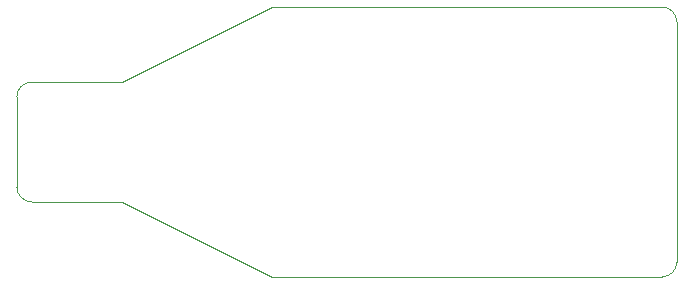
<source format=gbr>
%TF.GenerationSoftware,KiCad,Pcbnew,(5.1.7)-1*%
%TF.CreationDate,2020-12-05T19:57:29+01:00*%
%TF.ProjectId,WiFi-RC-Switch-Programmer,57694669-2d52-4432-9d53-77697463682d,rev?*%
%TF.SameCoordinates,Original*%
%TF.FileFunction,Profile,NP*%
%FSLAX46Y46*%
G04 Gerber Fmt 4.6, Leading zero omitted, Abs format (unit mm)*
G04 Created by KiCad (PCBNEW (5.1.7)-1) date 2020-12-05 19:57:29*
%MOMM*%
%LPD*%
G01*
G04 APERTURE LIST*
%TA.AperFunction,Profile*%
%ADD10C,0.050000*%
%TD*%
G04 APERTURE END LIST*
D10*
X165100000Y-111760000D02*
G75*
G02*
X163830000Y-113030000I-1270000J0D01*
G01*
X163830000Y-90170000D02*
G75*
G02*
X165100000Y-91440000I0J-1270000D01*
G01*
X109220000Y-97790000D02*
G75*
G02*
X110490000Y-96520000I1270000J0D01*
G01*
X110490000Y-106680000D02*
G75*
G02*
X109220000Y-105410000I0J1270000D01*
G01*
X130810000Y-90170000D02*
X118110000Y-96520000D01*
X130810000Y-90170000D02*
X163830000Y-90170000D01*
X130810000Y-113030000D02*
X118110000Y-106680000D01*
X163830000Y-113030000D02*
X130810000Y-113030000D01*
X165100000Y-91440000D02*
X165100000Y-111760000D01*
X118110000Y-96520000D02*
X110490000Y-96520000D01*
X110490000Y-106680000D02*
X118110000Y-106680000D01*
X109220000Y-97790000D02*
X109220000Y-105410000D01*
M02*

</source>
